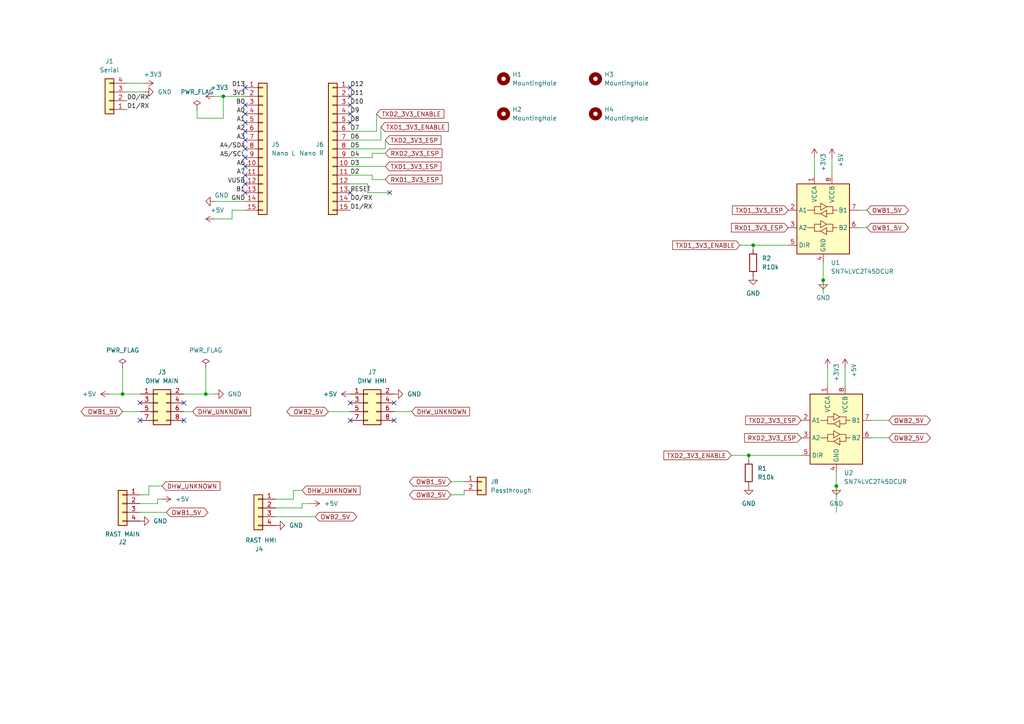
<source format=kicad_sch>
(kicad_sch (version 20231120) (generator "eeschema") (generator_version "8.0")
  (paper "A4")
  (title_block (title "AquaMQTT Board") (date "2025-02-05") (rev "2.0") (company "Thomas Popp"))
  (lib_symbols
    (symbol "Connector_Generic:Conn_01x02" (pin_names (offset 1.016) hide)
      (property "Reference" "J" (at 0 2.54 0))
      (property "Value" "Conn_01x02" (at 0 -5.08 0))
      (symbol "Conn_01x02_1_1"
        (rectangle (start -1.27 -2.413) (end 0 -2.667) (stroke (width 0.1524)))
        (rectangle (start -1.27 0.127) (end 0 -0.127) (stroke (width 0.1524)))
        (rectangle (start -1.27 1.27) (end 1.27 -3.81) (stroke (width 0.254)) (fill (type background)))
        (pin passive line (at -5.08 0 0) (length 3.81) (name "Pin_1") (number "1"))
        (pin passive line (at -5.08 -2.54 0) (length 3.81) (name "Pin_2") (number "2"))
      )
    )
    (symbol "Connector_Generic:Conn_01x04" (pin_names (offset 1.016) hide)
      (property "Reference" "J" (at 0 5.08 0))
      (property "Value" "Conn_01x04" (at 0 -7.62 0))
      (symbol "Conn_01x04_1_1"
        (rectangle (start -1.27 -4.953) (end 0 -5.207) (stroke (width 0.1524)))
        (rectangle (start -1.27 -2.413) (end 0 -2.667) (stroke (width 0.1524)))
        (rectangle (start -1.27 0.127) (end 0 -0.127) (stroke (width 0.1524)))
        (rectangle (start -1.27 2.667) (end 0 2.413) (stroke (width 0.1524)))
        (rectangle (start -1.27 3.81) (end 1.27 -6.35) (stroke (width 0.254)) (fill (type background)))
        (pin passive line (at -5.08 2.54 0) (length 3.81) (name "Pin_1") (number "1"))
        (pin passive line (at -5.08 0 0) (length 3.81) (name "Pin_2") (number "2"))
        (pin passive line (at -5.08 -2.54 0) (length 3.81) (name "Pin_3") (number "3"))
        (pin passive line (at -5.08 -5.08 0) (length 3.81) (name "Pin_4") (number "4"))
      )
    )
    (symbol "Connector_Generic:Conn_01x15" (pin_names (offset 1.016) hide)
      (property "Reference" "J" (at 0 20.32 0))
      (property "Value" "Conn_01x15" (at 0 -20.32 0))
      (symbol "Conn_01x15_1_1"
        (rectangle (start -1.27 -17.653) (end 0 -17.907) (stroke (width 0.1524)))
        (rectangle (start -1.27 -15.113) (end 0 -15.367) (stroke (width 0.1524)))
        (rectangle (start -1.27 -12.573) (end 0 -12.827) (stroke (width 0.1524)))
        (rectangle (start -1.27 -10.033) (end 0 -10.287) (stroke (width 0.1524)))
        (rectangle (start -1.27 -7.493) (end 0 -7.747) (stroke (width 0.1524)))
        (rectangle (start -1.27 -4.953) (end 0 -5.207) (stroke (width 0.1524)))
        (rectangle (start -1.27 -2.413) (end 0 -2.667) (stroke (width 0.1524)))
        (rectangle (start -1.27 0.127) (end 0 -0.127) (stroke (width 0.1524)))
        (rectangle (start -1.27 2.667) (end 0 2.413) (stroke (width 0.1524)))
        (rectangle (start -1.27 5.207) (end 0 4.953) (stroke (width 0.1524)))
        (rectangle (start -1.27 7.747) (end 0 7.493) (stroke (width 0.1524)))
        (rectangle (start -1.27 10.287) (end 0 10.033) (stroke (width 0.1524)))
        (rectangle (start -1.27 12.827) (end 0 12.573) (stroke (width 0.1524)))
        (rectangle (start -1.27 15.367) (end 0 15.113) (stroke (width 0.1524)))
        (rectangle (start -1.27 17.907) (end 0 17.653) (stroke (width 0.1524)))
        (rectangle (start -1.27 19.05) (end 1.27 -19.05) (stroke (width 0.254)) (fill (type background)))
        (pin passive line (at -5.08 17.78 0) (length 3.81) (name "Pin_1") (number "1"))
        (pin passive line (at -5.08 -5.08 0) (length 3.81) (name "Pin_10") (number "10"))
        (pin passive line (at -5.08 -7.62 0) (length 3.81) (name "Pin_11") (number "11"))
        (pin passive line (at -5.08 -10.16 0) (length 3.81) (name "Pin_12") (number "12"))
        (pin passive line (at -5.08 -12.7 0) (length 3.81) (name "Pin_13") (number "13"))
        (pin passive line (at -5.08 -15.24 0) (length 3.81) (name "Pin_14") (number "14"))
        (pin passive line (at -5.08 -17.78 0) (length 3.81) (name "Pin_15") (number "15"))
        (pin passive line (at -5.08 15.24 0) (length 3.81) (name "Pin_2") (number "2"))
        (pin passive line (at -5.08 12.7 0) (length 3.81) (name "Pin_3") (number "3"))
        (pin passive line (at -5.08 10.16 0) (length 3.81) (name "Pin_4") (number "4"))
        (pin passive line (at -5.08 7.62 0) (length 3.81) (name "Pin_5") (number "5"))
        (pin passive line (at -5.08 5.08 0) (length 3.81) (name "Pin_6") (number "6"))
        (pin passive line (at -5.08 2.54 0) (length 3.81) (name "Pin_7") (number "7"))
        (pin passive line (at -5.08 0 0) (length 3.81) (name "Pin_8") (number "8"))
        (pin passive line (at -5.08 -2.54 0) (length 3.81) (name "Pin_9") (number "9"))
      )
    )
    (symbol "Connector_Generic:Conn_02x04_Odd_Even" (pin_names (offset 1.016) hide)
      (property "Reference" "J" (at 1.27 5.08 0))
      (property "Value" "Conn_02x04_Odd_Even" (at 1.27 -7.62 0))
      (symbol "Conn_02x04_Odd_Even_1_1"
        (rectangle (start -1.27 -4.953) (end 0 -5.207) (stroke (width 0.1524)))
        (rectangle (start -1.27 -2.413) (end 0 -2.667) (stroke (width 0.1524)))
        (rectangle (start -1.27 0.127) (end 0 -0.127) (stroke (width 0.1524)))
        (rectangle (start -1.27 2.667) (end 0 2.413) (stroke (width 0.1524)))
        (rectangle (start -1.27 3.81) (end 3.81 -6.35) (stroke (width 0.254)) (fill (type background)))
        (rectangle (start 3.81 -4.953) (end 2.54 -5.207) (stroke (width 0.1524)))
        (rectangle (start 3.81 -2.413) (end 2.54 -2.667) (stroke (width 0.1524)))
        (rectangle (start 3.81 0.127) (end 2.54 -0.127) (stroke (width 0.1524)))
        (rectangle (start 3.81 2.667) (end 2.54 2.413) (stroke (width 0.1524)))
        (pin passive line (at -5.08 2.54 0) (length 3.81) (name "Pin_1") (number "1"))
        (pin passive line (at 7.62 2.54 180) (length 3.81) (name "Pin_2") (number "2"))
        (pin passive line (at -5.08 0 0) (length 3.81) (name "Pin_3") (number "3"))
        (pin passive line (at 7.62 0 180) (length 3.81) (name "Pin_4") (number "4"))
        (pin passive line (at -5.08 -2.54 0) (length 3.81) (name "Pin_5") (number "5"))
        (pin passive line (at 7.62 -2.54 180) (length 3.81) (name "Pin_6") (number "6"))
        (pin passive line (at -5.08 -5.08 0) (length 3.81) (name "Pin_7") (number "7"))
        (pin passive line (at 7.62 -5.08 180) (length 3.81) (name "Pin_8") (number "8"))
      )
    )
    (symbol "Device:R" (pin_numbers hide) (pin_names (offset 0))
      (property "Reference" "R" (at 2.032 0 90))
      (property "Value" "R" (at 0 0 90))
      (symbol "R_0_1"
        (rectangle (start -1.016 -2.54) (end 1.016 2.54) (stroke (width 0.254)))
      )
      (symbol "R_1_1"
        (pin passive line (at 0 3.81 270) (length 1.27) (name "~") (number "1"))
        (pin passive line (at 0 -3.81 90) (length 1.27) (name "~") (number "2"))
      )
    )
    (symbol "Logic_LevelTranslator:SN74LVC2T45DCUR"
      (property "Reference" "U" (at -6.35 11.43 0))
      (property "Value" "SN74LVC2T45DCUR" (at 3.81 11.43 0))
      (symbol "SN74LVC2T45DCUR_0_1"
        (rectangle (start -7.62 10.16) (end 7.62 -10.16) (stroke (width 0.254)) (fill (type background)))
        (polyline (pts (xy -2.54 2.54) (xy -2.54 3.556) (xy -0.762 3.556)))
        (polyline (pts (xy 2.794 2.54) (xy 2.794 1.524) (xy 1.016 1.524)))
        (polyline (pts (xy -0.762 1.524) (xy -2.54 1.524) (xy -2.54 2.54) (xy -4.572 2.54)))
        (polyline (pts (xy -0.762 2.54) (xy -0.762 4.572) (xy 1.016 3.556) (xy -0.762 2.54)))
        (polyline (pts (xy 1.016 3.556) (xy 2.794 3.556) (xy 2.794 2.54) (xy 4.064 2.54)))
        (polyline (pts (xy 1.016 2.54) (xy 1.016 0.762) (xy 1.016 0.508) (xy -0.762 1.524) (xy 1.016 2.54)))
      )
      (symbol "SN74LVC2T45DCUR_1_1"
        (polyline (pts (xy -2.54 -2.54) (xy -2.54 -1.524) (xy -0.762 -1.524)))
        (polyline (pts (xy 2.794 -2.54) (xy 2.794 -3.556) (xy 1.016 -3.556)))
        (polyline (pts (xy -0.762 -3.556) (xy -2.54 -3.556) (xy -2.54 -2.54) (xy -4.572 -2.54)))
        (polyline (pts (xy -0.762 -2.54) (xy -0.762 -0.508) (xy 1.016 -1.524) (xy -0.762 -2.54)))
        (polyline (pts (xy 1.016 -1.524) (xy 2.794 -1.524) (xy 2.794 -2.54) (xy 4.064 -2.54)))
        (polyline (pts (xy 1.016 -2.54) (xy 1.016 -4.318) (xy 1.016 -4.572) (xy -0.762 -3.556) (xy 1.016 -2.54)))
        (pin power_in line (at -2.54 12.7 270) (length 2.54) (name "VCCA") (number "1"))
        (pin bidirectional line (at -10.16 2.54 0) (length 2.54) (name "A1") (number "2"))
        (pin bidirectional line (at -10.16 -2.54 0) (length 2.54) (name "A2") (number "3"))
        (pin power_in line (at 0 -12.7 90) (length 2.54) (name "GND") (number "4"))
        (pin input line (at -10.16 -7.62 0) (length 2.54) (name "DIR") (number "5"))
        (pin bidirectional line (at 10.16 -2.54 180) (length 2.54) (name "B2") (number "6"))
        (pin bidirectional line (at 10.16 2.54 180) (length 2.54) (name "B1") (number "7"))
        (pin power_in line (at 2.54 12.7 270) (length 2.54) (name "VCCB") (number "8"))
      )
    )
    (symbol "Mechanical:MountingHole" (pin_names (offset 1.016))
      (property "Reference" "H" (at 0 5.08 0))
      (property "Value" "MountingHole" (at 0 3.175 0))
      (symbol "MountingHole_0_1"
        (circle (center 0 0) (radius 1.27) (stroke (width 1.27)))
      )
    )
    (symbol "power:+3V3" (power) (pin_names (offset 0))
      (property "Value" "+3V3" (at 0 3.556 0))
      (symbol "+3V3_0_1"
        (polyline (pts (xy -0.762 1.27) (xy 0 2.54)))
        (polyline (pts (xy 0 0) (xy 0 2.54)))
        (polyline (pts (xy 0 2.54) (xy 0.762 1.27)))
      )
      (symbol "+3V3_1_1"
        (pin power_in line (at 0 0 90) (length 0) hide (name "+3V3") (number "1"))
      )
    )
    (symbol "power:+5V" (power) (pin_names (offset 0))
      (property "Value" "+5V" (at 0 3.556 0))
      (symbol "+5V_0_1"
        (polyline (pts (xy -0.762 1.27) (xy 0 2.54)))
        (polyline (pts (xy 0 0) (xy 0 2.54)))
        (polyline (pts (xy 0 2.54) (xy 0.762 1.27)))
      )
      (symbol "+5V_1_1"
        (pin power_in line (at 0 0 90) (length 0) hide (name "+5V") (number "1"))
      )
    )
    (symbol "power:GND" (power) (pin_names (offset 0))
      (property "Value" "GND" (at 0 -3.81 0))
      (symbol "GND_0_1"
        (polyline (pts (xy 0 0) (xy 0 -1.27) (xy 1.27 -1.27) (xy 0 -2.54) (xy -1.27 -1.27) (xy 0 -1.27)))
      )
      (symbol "GND_1_1"
        (pin power_in line (at 0 0 270) (length 0) hide (name "GND") (number "1"))
      )
    )
    (symbol "power:PWR_FLAG" (power) (pin_numbers hide) (pin_names (offset 0) hide)
      (property "Value" "PWR_FLAG" (at 0 3.81 0))
      (symbol "PWR_FLAG_0_0"
        (pin power_out line (at 0 0 90) (length 0) (name "pwr") (number "1"))
      )
      (symbol "PWR_FLAG_0_1"
        (polyline (pts (xy 0 0) (xy 0 1.27) (xy -1.016 1.905) (xy 0 2.54) (xy 1.016 1.905) (xy 0 1.27)))
      )
    )
  )
  (junction (at 35.56 114.3))
  (junction (at 217.17 132.08))
  (junction (at 218.44 71.12))
  (junction (at 64.77 27.94))
  (junction (at 242.57 140.97))
  (junction (at 59.69 114.3))
  (junction (at 238.76 81.28))
  (no_connect (at 101.6 25.4))
  (no_connect (at 71.12 50.8))
  (no_connect (at 71.12 40.64))
  (no_connect (at 101.6 121.92))
  (no_connect (at 101.6 30.48))
  (no_connect (at 71.12 25.4))
  (no_connect (at 101.6 35.56))
  (no_connect (at 71.12 30.48))
  (no_connect (at 114.3 121.92))
  (no_connect (at 113.03 55.88))
  (no_connect (at 71.12 48.26))
  (no_connect (at 71.12 35.56))
  (no_connect (at 71.12 45.72))
  (no_connect (at 71.12 33.02))
  (no_connect (at 101.6 116.84))
  (no_connect (at 71.12 43.18))
  (no_connect (at 40.64 116.84))
  (no_connect (at 40.64 121.92))
  (no_connect (at 101.6 33.02))
  (no_connect (at 101.6 55.88))
  (no_connect (at 114.3 116.84))
  (no_connect (at 71.12 53.34))
  (no_connect (at 53.34 121.92))
  (no_connect (at 71.12 55.88))
  (no_connect (at 71.12 38.1))
  (no_connect (at 53.34 116.84))
  (no_connect (at 101.6 27.94))
  (wire (pts (xy 43.18 140.97) (xy 46.99 140.97)))
  (wire (pts (xy 57.15 31.75) (xy 57.15 34.29)))
  (wire (pts (xy 35.56 106.68) (xy 35.56 114.3)))
  (wire (pts (xy 113.03 55.88) (xy 106.68 55.88)))
  (wire (pts (xy 248.92 60.96) (xy 251.46 60.96)))
  (wire (pts (xy 43.18 143.51) (xy 43.18 140.97)))
  (wire (pts (xy 36.83 24.13) (xy 41.91 24.13)))
  (wire (pts (xy 106.68 53.34) (xy 101.6 53.34)))
  (wire (pts (xy 252.73 121.92) (xy 257.81 121.92)))
  (wire (pts (xy 40.64 143.51) (xy 43.18 143.51)))
  (wire (pts (xy 36.83 26.67) (xy 41.91 26.67)))
  (wire (pts (xy 45.72 144.78) (xy 45.72 146.05)))
  (wire (pts (xy 242.57 137.16) (xy 242.57 140.97)))
  (wire (pts (xy 59.69 106.68) (xy 59.69 114.3)))
  (wire (pts (xy 214.63 71.12) (xy 218.44 71.12)))
  (wire (pts (xy 110.49 40.64) (xy 101.6 40.64)))
  (wire (pts (xy 87.63 146.05) (xy 90.17 146.05)))
  (wire (pts (xy 218.44 71.12) (xy 228.6 71.12)))
  (wire (pts (xy 242.57 140.97) (xy 242.57 148.59)))
  (wire (pts (xy 109.22 38.1) (xy 101.6 38.1)))
  (wire (pts (xy 130.81 139.7) (xy 134.62 139.7)))
  (wire (pts (xy 40.64 148.59) (xy 48.26 148.59)))
  (wire (pts (xy 107.95 44.45) (xy 107.95 45.72)))
  (wire (pts (xy 130.81 143.51) (xy 134.62 143.51)))
  (wire (pts (xy 87.63 142.24) (xy 85.09 142.24)))
  (wire (pts (xy 59.69 114.3) (xy 62.23 114.3)))
  (wire (pts (xy 110.49 36.83) (xy 110.49 40.64)))
  (wire (pts (xy 217.17 133.35) (xy 217.17 132.08)))
  (wire (pts (xy 45.72 146.05) (xy 40.64 146.05)))
  (wire (pts (xy 109.22 33.02) (xy 109.22 38.1)))
  (wire (pts (xy 114.3 119.38) (xy 119.38 119.38)))
  (wire (pts (xy 35.56 119.38) (xy 40.64 119.38)))
  (wire (pts (xy 106.68 55.88) (xy 106.68 53.34)))
  (wire (pts (xy 87.63 146.05) (xy 87.63 147.32)))
  (wire (pts (xy 31.75 114.3) (xy 35.56 114.3)))
  (wire (pts (xy 111.76 48.26) (xy 101.6 48.26)))
  (wire (pts (xy 238.76 76.2) (xy 238.76 81.28)))
  (wire (pts (xy 111.76 40.64) (xy 111.76 43.18)))
  (wire (pts (xy 35.56 114.3) (xy 40.64 114.3)))
  (wire (pts (xy 67.31 63.5) (xy 67.31 60.96)))
  (wire (pts (xy 45.72 144.78) (xy 46.99 144.78)))
  (wire (pts (xy 111.76 44.45) (xy 107.95 44.45)))
  (wire (pts (xy 62.23 58.42) (xy 71.12 58.42)))
  (wire (pts (xy 218.44 72.39) (xy 218.44 71.12)))
  (wire (pts (xy 212.09 132.08) (xy 217.17 132.08)))
  (wire (pts (xy 240.03 111.76) (xy 240.03 106.68)))
  (wire (pts (xy 64.77 34.29) (xy 64.77 27.94)))
  (wire (pts (xy 57.15 34.29) (xy 64.77 34.29)))
  (wire (pts (xy 107.95 52.07) (xy 111.76 52.07)))
  (wire (pts (xy 236.22 45.72) (xy 236.22 50.8)))
  (wire (pts (xy 107.95 50.8) (xy 101.6 50.8)))
  (wire (pts (xy 217.17 132.08) (xy 232.41 132.08)))
  (wire (pts (xy 85.09 142.24) (xy 85.09 144.78)))
  (wire (pts (xy 67.31 60.96) (xy 71.12 60.96)))
  (wire (pts (xy 245.11 106.68) (xy 245.11 111.76)))
  (wire (pts (xy 252.73 127) (xy 257.81 127)))
  (wire (pts (xy 53.34 114.3) (xy 59.69 114.3)))
  (wire (pts (xy 87.63 147.32) (xy 80.01 147.32)))
  (wire (pts (xy 107.95 52.07) (xy 107.95 50.8)))
  (wire (pts (xy 107.95 45.72) (xy 101.6 45.72)))
  (wire (pts (xy 62.23 63.5) (xy 67.31 63.5)))
  (wire (pts (xy 248.92 66.04) (xy 251.46 66.04)))
  (wire (pts (xy 62.23 27.94) (xy 64.77 27.94)))
  (wire (pts (xy 241.3 45.72) (xy 241.3 50.8)))
  (wire (pts (xy 238.76 81.28) (xy 238.76 85.09)))
  (wire (pts (xy 80.01 149.86) (xy 91.44 149.86)))
  (wire (pts (xy 134.62 143.51) (xy 134.62 142.24)))
  (wire (pts (xy 95.25 119.38) (xy 101.6 119.38)))
  (wire (pts (xy 111.76 43.18) (xy 101.6 43.18)))
  (wire (pts (xy 53.34 119.38) (xy 55.88 119.38)))
  (wire (pts (xy 64.77 27.94) (xy 71.12 27.94)))
  (wire (pts (xy 85.09 144.78) (xy 80.01 144.78)))
  (label "3V3" (at 71.12 27.94 180))
  (label "D0{slash}RX" (at 36.83 29.21 0))
  (label "D1{slash}RX" (at 101.6 60.96 0))
  (label "VUSB" (at 71.12 53.34 180))
  (label "D3" (at 101.6 48.26 0))
  (label "A4{slash}SDA" (at 71.12 43.18 180))
  (label "A5{slash}SCL" (at 71.12 45.72 180))
  (label "D8" (at 101.6 35.56 0))
  (label "RESET" (at 101.6 55.88 0))
  (label "GND" (at 71.12 58.42 180))
  (label "A0" (at 71.12 33.02 180))
  (label "D1{slash}RX" (at 36.83 31.75 0))
  (label "B1" (at 71.12 55.88 180))
  (label "D12" (at 101.6 25.4 0))
  (label "A1" (at 71.12 35.56 180))
  (label "A6" (at 71.12 48.26 180))
  (label "A7" (at 71.12 50.8 180))
  (label "D0{slash}RX" (at 101.6 58.42 0))
  (label "D4" (at 101.6 45.72 0))
  (label "D11" (at 101.6 27.94 0))
  (label "D7" (at 101.6 38.1 0))
  (label "D5" (at 101.6 43.18 0))
  (label "A2" (at 71.12 38.1 180))
  (label "D2" (at 101.6 50.8 0))
  (label "D10" (at 101.6 30.48 0))
  (label "D6" (at 101.6 40.64 0))
  (label "D13" (at 71.12 25.4 180))
  (label "D9" (at 101.6 33.02 0))
  (label "B0" (at 71.12 30.48 180))
  (label "A3" (at 71.12 40.64 180))
  (global_label "DHW_UNKNOWN" (shape input) (at 119.38 119.38 0) (property "Intersheetrefs" "${INTERSHEET_REFS}" (effects (hide yes))))
  (global_label "TXD2_3V3_ENABLE" (shape input) (at 109.22 33.02 0) (property "Intersheetrefs" "${INTERSHEET_REFS}" (effects (hide yes))))
  (global_label "OWB2_5V" (shape bidirectional) (at 257.81 121.92 0) (property "Intersheetrefs" "${INTERSHEET_REFS}" (effects (hide yes))))
  (global_label "OWB2_5V" (shape bidirectional) (at 257.81 127 0) (property "Intersheetrefs" "${INTERSHEET_REFS}" (effects (hide yes))))
  (global_label "RXD1_3V3_ESP" (shape input) (at 228.6 66.04 180) (property "Intersheetrefs" "${INTERSHEET_REFS}" (effects (hide yes))))
  (global_label "DHW_UNKNOWN" (shape input) (at 46.99 140.97 0) (property "Intersheetrefs" "${INTERSHEET_REFS}" (effects (hide yes))))
  (global_label "OWB2_5V" (shape bidirectional) (at 91.44 149.86 0) (property "Intersheetrefs" "${INTERSHEET_REFS}" (effects (hide yes))))
  (global_label "TXD2_3V3_ENABLE" (shape input) (at 212.09 132.08 180) (property "Intersheetrefs" "${INTERSHEET_REFS}" (effects (hide yes))))
  (global_label "OWB1_5V" (shape bidirectional) (at 251.46 60.96 0) (property "Intersheetrefs" "${INTERSHEET_REFS}" (effects (hide yes))))
  (global_label "OWB1_5V" (shape bidirectional) (at 130.81 139.7 180) (property "Intersheetrefs" "${INTERSHEET_REFS}" (effects (hide yes))))
  (global_label "DHW_UNKNOWN" (shape input) (at 55.88 119.38 0) (property "Intersheetrefs" "${INTERSHEET_REFS}" (effects (hide yes))))
  (global_label "TXD2_3V3_ESP" (shape input) (at 111.76 40.64 0) (property "Intersheetrefs" "${INTERSHEET_REFS}" (effects (hide yes))))
  (global_label "OWB2_5V" (shape bidirectional) (at 95.25 119.38 180) (property "Intersheetrefs" "${INTERSHEET_REFS}" (effects (hide yes))))
  (global_label "TXD1_3V3_ESP" (shape input) (at 111.76 48.26 0) (property "Intersheetrefs" "${INTERSHEET_REFS}" (effects (hide yes))))
  (global_label "DHW_UNKNOWN" (shape input) (at 87.63 142.24 0) (property "Intersheetrefs" "${INTERSHEET_REFS}" (effects (hide yes))))
  (global_label "OWB1_5V" (shape bidirectional) (at 251.46 66.04 0) (property "Intersheetrefs" "${INTERSHEET_REFS}" (effects (hide yes))))
  (global_label "RXD2_3V3_ESP" (shape input) (at 232.41 127 180) (property "Intersheetrefs" "${INTERSHEET_REFS}" (effects (hide yes))))
  (global_label "OWB1_5V" (shape bidirectional) (at 48.26 148.59 0) (property "Intersheetrefs" "${INTERSHEET_REFS}" (effects (hide yes))))
  (global_label "OWB1_5V" (shape bidirectional) (at 35.56 119.38 180) (property "Intersheetrefs" "${INTERSHEET_REFS}" (effects (hide yes))))
  (global_label "TXD1_3V3_ESP" (shape input) (at 228.6 60.96 180) (property "Intersheetrefs" "${INTERSHEET_REFS}" (effects (hide yes))))
  (global_label "OWB2_5V" (shape bidirectional) (at 130.81 143.51 180) (property "Intersheetrefs" "${INTERSHEET_REFS}" (effects (hide yes))))
  (global_label "RXD1_3V3_ESP" (shape input) (at 111.76 52.07 0) (property "Intersheetrefs" "${INTERSHEET_REFS}" (effects (hide yes))))
  (global_label "TXD1_3V3_ENABLE" (shape input) (at 110.49 36.83 0) (property "Intersheetrefs" "${INTERSHEET_REFS}" (effects (hide yes))))
  (global_label "RXD2_3V3_ESP" (shape input) (at 111.76 44.45 0) (property "Intersheetrefs" "${INTERSHEET_REFS}" (effects (hide yes))))
  (global_label "TXD1_3V3_ENABLE" (shape input) (at 214.63 71.12 180) (property "Intersheetrefs" "${INTERSHEET_REFS}" (effects (hide yes))))
  (global_label "TXD2_3V3_ESP" (shape input) (at 232.41 121.92 180) (property "Intersheetrefs" "${INTERSHEET_REFS}" (effects (hide yes))))
  (symbol (lib_id "power:+5V") (at 31.75 114.3 90) (unit 1)
    (property "Reference" "#PWR01" (effects (hide yes)))
    (property "Value" "+5V" (at 27.94 114.3 90) (effects (justify left)))
  )
  (symbol (lib_id "Connector_Generic:Conn_02x04_Odd_Even") (at 45.72 116.84 0) (unit 1)
    (property "Reference" "J3" (at 46.99 107.95 0))
    (property "Value" "DHW MAIN" (at 46.99 110.49 0))
    (property "Footprint" "Connector_PinHeader_2.54mm:PinHeader_2x04_P2.54mm_Vertical" (effects (hide yes)))
    (property "LCSC" "C32713277" (effects (hide yes)))
  )
  (symbol (lib_id "Logic_LevelTranslator:SN74LVC2T45DCUR") (at 238.76 63.5 0) (unit 1)
    (property "Reference" "U1" (at 240.9541 76.2 0) (effects (justify left)))
    (property "Value" "SN74LVC2T45DCUR" (at 240.9541 78.74 0) (effects (justify left)))
    (property "Footprint" "Package_SO:SSOP-8_2.95x2.8mm_P0.65mm" (effects (hide yes)))
    (property "Datasheet" "http://www.ti.com/lit/ds/symlink/sn74lvc2t45.pdf" (effects (hide yes)))
    (property "Description" "Dual-Bit Dual-Supply Bus Transceiver With Configurable Voltage Translation and 3-State Outputs, VSSOP-8" (effects (hide yes)))
    (property "LCSC" "C347590" (effects (hide yes)))
  )
  (symbol (lib_id "Mechanical:MountingHole") (at 172.72 22.86 0) (unit 1)
    (property "Reference" "H3" (at 175.26 21.59 0) (effects (justify left)))
    (property "Value" "MountingHole" (at 175.26 24.13 0) (effects (justify left)))
    (property "Footprint" "MountingHole:MountingHole_4.3mm_M4_DIN965" (effects (hide yes)))
  )
  (symbol (lib_id "power:GND") (at 238.76 81.28 0) (unit 1)
    (property "Reference" "#PWR018" (effects (hide yes)))
    (property "Value" "GND" (at 238.76 86.36 0))
  )
  (symbol (lib_id "Connector_Generic:Conn_01x04") (at 31.75 29.21 180) (unit 1)
    (property "Reference" "J1" (at 31.75 17.78 0))
    (property "Value" "Serial" (at 31.75 20.32 0))
    (property "Footprint" "Connector_PinHeader_2.54mm:PinHeader_1x04_P2.54mm_Vertical" (effects (hide yes)))
    (property "LCSC" "C5116483" (effects (hide yes)))
  )
  (symbol (lib_id "power:+5V") (at 101.6 114.3 90) (unit 1)
    (property "Reference" "#PWR012" (effects (hide yes)))
    (property "Value" "+5V" (at 97.79 114.3 90) (effects (justify left)))
  )
  (symbol (lib_id "power:GND") (at 62.23 58.42 270) (unit 1)
    (property "Reference" "#PWR07" (effects (hide yes)))
    (property "Value" "GND" (at 62.23 56.642 90) (effects (justify left)))
  )
  (symbol (lib_id "Logic_LevelTranslator:SN74LVC2T45DCUR") (at 242.57 124.46 0) (unit 1)
    (property "Reference" "U2" (at 244.7641 137.16 0) (effects (justify left)))
    (property "Value" "SN74LVC2T45DCUR" (at 244.7641 139.7 0) (effects (justify left)))
    (property "Footprint" "Package_SO:SSOP-8_2.95x2.8mm_P0.65mm" (effects (hide yes)))
    (property "Datasheet" "http://www.ti.com/lit/ds/symlink/sn74lvc2t45.pdf" (effects (hide yes)))
    (property "Description" "Dual-Bit Dual-Supply Bus Transceiver With Configurable Voltage Translation and 3-State Outputs, VSSOP-8" (effects (hide yes)))
    (property "LCSC" "C347590" (effects (hide yes)))
  )
  (symbol (lib_id "power:PWR_FLAG") (at 57.15 31.75 0) (unit 1)
    (property "Reference" "#FLG02" (effects (hide yes)))
    (property "Value" "PWR_FLAG" (at 57.15 26.67 0))
  )
  (symbol (lib_id "power:+5V") (at 62.23 63.5 90) (unit 1)
    (property "Reference" "#PWR08" (effects (hide yes)))
    (property "Value" "+5V" (at 60.96 60.96 90) (effects (justify right)))
  )
  (symbol (lib_id "Connector_Generic:Conn_01x15") (at 96.52 43.18 0) (mirror y) (unit 1)
    (property "Reference" "J6" (at 93.98 41.9099 0) (effects (justify left)))
    (property "Value" "Nano R" (at 93.98 44.4499 0) (effects (justify left)))
    (property "Footprint" "Connector_PinSocket_2.54mm:PinSocket_1x15_P2.54mm_Vertical" (effects (hide yes)))
    (property "Description" "Generic connector, single row, 01x15, script generated (kicad-library-utils/schlib/autogen/connector/)" (effects (hide yes)))
    (property "LCSC" "C7499333" (effects (hide yes)))
  )
  (symbol (lib_id "power:PWR_FLAG") (at 59.69 106.68 0) (unit 1)
    (property "Reference" "#FLG03" (effects (hide yes)))
    (property "Value" "PWR_FLAG" (at 59.69 101.6 0))
  )
  (symbol (lib_id "Connector_Generic:Conn_02x04_Odd_Even") (at 106.68 116.84 0) (unit 1)
    (property "Reference" "J7" (at 107.95 107.95 0))
    (property "Value" "DHW HMI" (at 107.95 110.49 0))
    (property "Footprint" "Connector_PinHeader_2.54mm:PinHeader_2x04_P2.54mm_Vertical" (effects (hide yes)))
    (property "LCSC" "C32713277" (effects (hide yes)))
  )
  (symbol (lib_id "power:GND") (at 40.64 151.13 90) (unit 1)
    (property "Reference" "#PWR02" (effects (hide yes)))
    (property "Value" "GND" (at 44.45 151.1299 90) (effects (justify right)))
  )
  (symbol (lib_id "power:PWR_FLAG") (at 35.56 106.68 0) (unit 1)
    (property "Reference" "#FLG01" (effects (hide yes)))
    (property "Value" "PWR_FLAG" (at 35.56 101.6 0))
  )
  (symbol (lib_id "power:+3V3") (at 41.91 24.13 270) (unit 1)
    (property "Reference" "#PWR03" (effects (hide yes)))
    (property "Value" "+3V3" (at 46.99 21.59 90) (effects (justify right)))
  )
  (symbol (lib_id "Device:R") (at 218.44 76.2 180) (unit 1)
    (property "Reference" "R2" (at 220.98 74.9299 0) (effects (justify right)))
    (property "Value" "R10k" (at 220.98 77.4699 0) (effects (justify right)))
    (property "Footprint" "Resistor_THT:R_Axial_DIN0207_L6.3mm_D2.5mm_P10.16mm_Horizontal" (effects (hide yes)))
    (property "LCSC" "C410695" (effects (hide yes)))
  )
  (symbol (lib_id "power:+5V") (at 241.3 45.72 0) (unit 1)
    (property "Reference" "#PWR020" (effects (hide yes)))
    (property "Value" "+5V" (at 243.84 44.45 90) (effects (justify right)))
  )
  (symbol (lib_id "Device:R") (at 217.17 137.16 180) (unit 1)
    (property "Reference" "R1" (at 219.71 135.8899 0) (effects (justify right)))
    (property "Value" "R10k" (at 219.71 138.4299 0) (effects (justify right)))
    (property "Footprint" "Resistor_THT:R_Axial_DIN0207_L6.3mm_D2.5mm_P10.16mm_Horizontal" (effects (hide yes)))
    (property "LCSC" "C410695" (effects (hide yes)))
  )
  (symbol (lib_id "Mechanical:MountingHole") (at 146.05 33.02 0) (unit 1)
    (property "Reference" "H2" (at 148.59 31.75 0) (effects (justify left)))
    (property "Value" "MountingHole" (at 148.59 34.29 0) (effects (justify left)))
    (property "Footprint" "MountingHole:MountingHole_4.3mm_M4_DIN965" (effects (hide yes)))
  )
  (symbol (lib_id "power:GND") (at 114.3 114.3 90) (unit 1)
    (property "Reference" "#PWR014" (effects (hide yes)))
    (property "Value" "GND" (at 118.11 114.3 90) (effects (justify right)))
  )
  (symbol (lib_id "power:GND") (at 242.57 140.97 0) (unit 1)
    (property "Reference" "#PWR021" (effects (hide yes)))
    (property "Value" "GND" (at 242.57 146.05 0))
  )
  (symbol (lib_id "power:GND") (at 41.91 26.67 90) (unit 1)
    (property "Reference" "#PWR04" (effects (hide yes)))
    (property "Value" "GND" (at 45.72 26.67 90) (effects (justify right)))
  )
  (symbol (lib_id "Connector_Generic:Conn_01x04") (at 74.93 147.32 0) (mirror y) (unit 1)
    (property "Reference" "J4" (at 75.184 159.258 0))
    (property "Value" "RAST HMI" (at 75.692 156.718 0))
    (property "Footprint" "rast:RAST_3517-06_(2.5MM)_2 COPY" (effects (hide yes)))
  )
  (symbol (lib_id "power:GND") (at 218.44 80.01 0) (unit 1)
    (property "Reference" "#PWR016" (effects (hide yes)))
    (property "Value" "GND" (at 218.44 85.09 0))
  )
  (symbol (lib_id "power:GND") (at 80.01 152.4 90) (unit 1)
    (property "Reference" "#PWR010" (effects (hide yes)))
    (property "Value" "GND" (at 83.82 152.3999 90) (effects (justify right)))
  )
  (symbol (lib_id "power:GND") (at 62.23 114.3 90) (unit 1)
    (property "Reference" "#PWR09" (effects (hide yes)))
    (property "Value" "GND" (at 66.04 114.3 90) (effects (justify right)))
  )
  (symbol (lib_id "Mechanical:MountingHole") (at 172.72 33.02 0) (unit 1)
    (property "Reference" "H4" (at 175.26 31.75 0) (effects (justify left)))
    (property "Value" "MountingHole" (at 175.26 34.29 0) (effects (justify left)))
    (property "Footprint" "MountingHole:MountingHole_4.3mm_M4_DIN965" (effects (hide yes)))
  )
  (symbol (lib_id "power:GND") (at 217.17 140.97 0) (unit 1)
    (property "Reference" "#PWR015" (effects (hide yes)))
    (property "Value" "GND" (at 217.17 146.05 0))
  )
  (symbol (lib_id "power:+3V3") (at 240.03 106.68 0) (unit 1)
    (property "Reference" "#PWR019" (effects (hide yes)))
    (property "Value" "+3V3" (at 242.57 105.41 90) (effects (justify right)))
  )
  (symbol (lib_id "Connector_Generic:Conn_01x04") (at 35.56 146.05 0) (mirror y) (unit 1)
    (property "Reference" "J2" (at 35.56 157.226 0))
    (property "Value" "RAST MAIN" (at 35.56 154.94 0))
    (property "Footprint" "rast:RAST_3517-06_(2.5MM)_2 COPY" (effects (hide yes)))
  )
  (symbol (lib_id "power:+5V") (at 46.99 144.78 270) (unit 1)
    (property "Reference" "#PWR05" (effects (hide yes)))
    (property "Value" "+5V" (at 50.8 144.7799 90) (effects (justify left)))
  )
  (symbol (lib_id "Connector_Generic:Conn_01x15") (at 76.2 43.18 0) (unit 1)
    (property "Reference" "J5" (at 78.74 41.9099 0) (effects (justify left)))
    (property "Value" "Nano L" (at 78.74 44.4499 0) (effects (justify left)))
    (property "Footprint" "Connector_PinSocket_2.54mm:PinSocket_1x15_P2.54mm_Vertical" (effects (hide yes)))
    (property "Description" "Generic connector, single row, 01x15, script generated (kicad-library-utils/schlib/autogen/connector/)" (effects (hide yes)))
    (property "LCSC" "C7499333" (effects (hide yes)))
  )
  (symbol (lib_id "power:+5V") (at 245.11 106.68 0) (unit 1)
    (property "Reference" "#PWR022" (effects (hide yes)))
    (property "Value" "+5V" (at 247.65 105.41 90) (effects (justify right)))
  )
  (symbol (lib_id "Connector_Generic:Conn_01x02") (at 139.7 139.7 0) (unit 1)
    (property "Reference" "J8" (at 142.24 139.7 0) (effects (justify left)))
    (property "Value" "Passthrough" (at 142.24 142.24 0) (effects (justify left)))
    (property "Footprint" "Connector_PinHeader_2.54mm:PinHeader_1x02_P2.54mm_Vertical" (effects (hide yes)))
    (property "LCSC" "C5360898" (effects (hide yes)))
  )
  (symbol (lib_id "power:+5V") (at 90.17 146.05 270) (unit 1)
    (property "Reference" "#PWR011" (effects (hide yes)))
    (property "Value" "+5V" (at 93.98 146.0499 90) (effects (justify left)))
  )
  (symbol (lib_id "power:+3V3") (at 236.22 45.72 0) (unit 1)
    (property "Reference" "#PWR017" (effects (hide yes)))
    (property "Value" "+3V3" (at 238.76 44.45 90) (effects (justify right)))
  )
  (symbol (lib_id "Mechanical:MountingHole") (at 146.05 22.86 0) (unit 1)
    (property "Reference" "H1" (at 148.59 21.59 0) (effects (justify left)))
    (property "Value" "MountingHole" (at 148.59 24.13 0) (effects (justify left)))
    (property "Footprint" "MountingHole:MountingHole_4.3mm_M4_DIN965" (effects (hide yes)))
  )
  (symbol (lib_id "power:+3V3") (at 62.23 27.94 90) (unit 1)
    (property "Reference" "#PWR06" (effects (hide yes)))
    (property "Value" "+3V3" (at 60.96 25.4 90) (effects (justify right)))
  )
)
</source>
